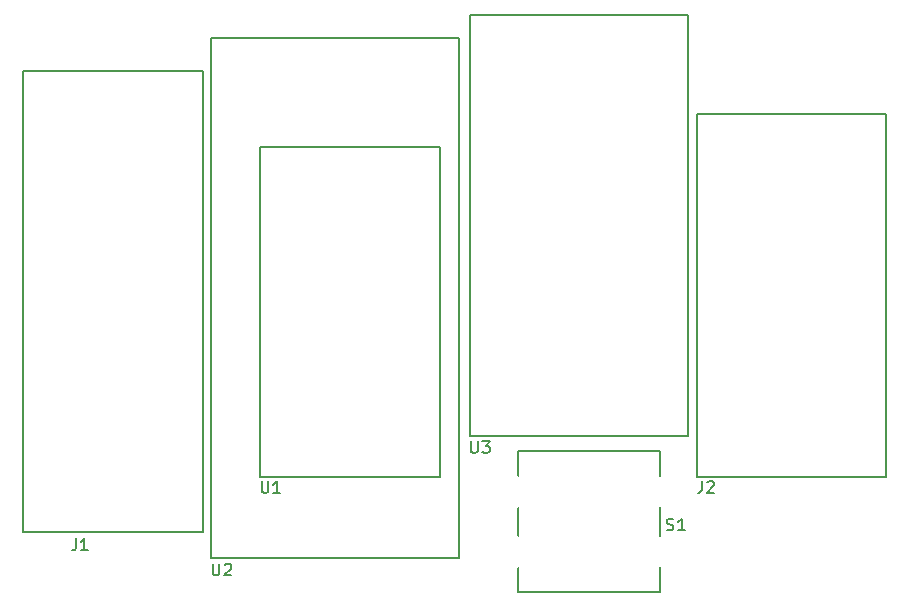
<source format=gbr>
G04 --- HEADER BEGIN --- *
%TF.GenerationSoftware,LibrePCB,LibrePCB,0.1.4*%
%TF.CreationDate,2020-05-24T15:31:11*%
%TF.ProjectId,Apple 2c VGA - default,6ee0dbe1-6aad-4263-9a0f-7c091fb3c0df,v1.3*%
%TF.Part,Single*%
%FSLAX66Y66*%
%MOMM*%
G01*
G74*
G04 --- HEADER END --- *
G04 --- APERTURE LIST BEGIN --- *
%ADD10C,0.2*%
%ADD11C,2.7*%
%ADD12O,2.2X1.7*%
%ADD13C,1.7*%
%ADD14R,1.7X1.7*%
%ADD15R,2.2X1.7*%
%ADD16R,3.2X1.7*%
G04 --- APERTURE LIST END --- *
G04 --- BOARD BEGIN --- *
D10*
X37230000Y3375000D02*
X37230000Y47375000D01*
X16230000Y47375000D01*
X16230000Y3375000D01*
X37230000Y3375000D01*
X35560000Y10160000D02*
X20320000Y10160000D01*
X20320000Y38100000D01*
X35560000Y38100000D01*
X35560000Y10160000D01*
X73342500Y10160000D02*
X73342500Y40970000D01*
X57372500Y40970000D01*
X57372500Y10160000D01*
X73342500Y10160000D01*
X15557500Y5497500D02*
X15557500Y44597500D01*
X277500Y44597500D01*
X277500Y5497500D01*
X15557500Y5497500D01*
X54210000Y12430000D02*
X42210000Y12430000D01*
X42210000Y430000D01*
X54210000Y430000D01*
X54210000Y12430000D01*
X38109800Y13703200D02*
X56609800Y13703200D01*
X56609800Y49303200D01*
X38109800Y49303200D01*
X38109800Y13703200D01*
X16350000Y2857500D02*
X16350000Y2047500D01*
X16397778Y1953056D01*
X16445556Y1905278D01*
X16540000Y1857500D01*
X16731111Y1857500D01*
X16826667Y1905278D01*
X16873333Y1953056D01*
X16921111Y2047500D01*
X16921111Y2857500D01*
X17368889Y2761944D02*
X17416667Y2809722D01*
X17511111Y2857500D01*
X17750000Y2857500D01*
X17844444Y2809722D01*
X17892222Y2761944D01*
X17940000Y2667500D01*
X17940000Y2571944D01*
X17892222Y2428611D01*
X17321111Y1857500D01*
X17940000Y1857500D01*
X20501389Y9842500D02*
X20501389Y9032500D01*
X20549167Y8938056D01*
X20596945Y8890278D01*
X20691389Y8842500D01*
X20882500Y8842500D01*
X20978056Y8890278D01*
X21024722Y8938056D01*
X21072500Y9032500D01*
X21072500Y9842500D01*
X22043611Y8842500D02*
X21472500Y8842500D01*
X21758056Y8842500D02*
X21758056Y9842500D01*
X21662500Y9699167D01*
X21568056Y9604722D01*
X21472500Y9556944D01*
X57783611Y9842500D02*
X57783611Y9128056D01*
X57735833Y8985833D01*
X57640278Y8890278D01*
X57498056Y8842500D01*
X57402500Y8842500D01*
X58231389Y9746944D02*
X58279167Y9794722D01*
X58373611Y9842500D01*
X58612500Y9842500D01*
X58706944Y9794722D01*
X58754722Y9746944D01*
X58802500Y9652500D01*
X58802500Y9556944D01*
X58754722Y9413611D01*
X58183611Y8842500D01*
X58802500Y8842500D01*
X4799052Y4998194D02*
X4799052Y4283750D01*
X4751274Y4141527D01*
X4655719Y4045972D01*
X4513497Y3998194D01*
X4417941Y3998194D01*
X5770163Y3998194D02*
X5199052Y3998194D01*
X5484608Y3998194D02*
X5484608Y4998194D01*
X5389052Y4854861D01*
X5294608Y4760416D01*
X5199052Y4712638D01*
X54791389Y5715278D02*
X54934722Y5667500D01*
X55172500Y5667500D01*
X55268056Y5715278D01*
X55314722Y5763056D01*
X55362500Y5857500D01*
X55362500Y5953056D01*
X55314722Y6048611D01*
X55268056Y6096389D01*
X55172500Y6144167D01*
X54981389Y6190833D01*
X54886945Y6238611D01*
X54839167Y6286389D01*
X54791389Y6381944D01*
X54791389Y6477500D01*
X54839167Y6571944D01*
X54886945Y6619722D01*
X54981389Y6667500D01*
X55220278Y6667500D01*
X55362500Y6619722D01*
X56333611Y5667500D02*
X55762500Y5667500D01*
X56048056Y5667500D02*
X56048056Y6667500D01*
X55952500Y6524167D01*
X55858056Y6429722D01*
X55762500Y6381944D01*
X38212476Y13240466D02*
X38212476Y12430466D01*
X38260254Y12336022D01*
X38308032Y12288244D01*
X38402476Y12240466D01*
X38593587Y12240466D01*
X38689143Y12288244D01*
X38735809Y12336022D01*
X38783587Y12430466D01*
X38783587Y13240466D01*
X39183587Y13240466D02*
X39802476Y13240466D01*
X39469143Y12859355D01*
X39612476Y12859355D01*
X39706920Y12811577D01*
X39754698Y12763799D01*
X39802476Y12669355D01*
X39802476Y12430466D01*
X39754698Y12336022D01*
X39706920Y12288244D01*
X39612476Y12240466D01*
X39326920Y12240466D01*
X39231365Y12288244D01*
X39183587Y12336022D01*
%LPC*%
D11*
X17780000Y45720000D03*
X35560000Y45720000D03*
X35560000Y5080000D03*
X17780000Y5080000D03*
D12*
X22860000Y12700000D03*
X33020000Y20320000D03*
X22860000Y35560000D03*
X33020000Y33020000D03*
X33020000Y25400000D03*
X22860000Y33020000D03*
X22860000Y25400000D03*
X33020000Y35560000D03*
X33020000Y30480000D03*
X22860000Y30480000D03*
X33020000Y27940000D03*
X33020000Y15240000D03*
X22860000Y17780000D03*
X33020000Y12700000D03*
X22860000Y22860000D03*
X22860000Y20320000D03*
X22860000Y27940000D03*
X22860000Y15240000D03*
X33020000Y22860000D03*
X33020000Y17780000D03*
D13*
X64452500Y30145000D03*
X64452500Y27855000D03*
X64452500Y20985000D03*
X61912500Y26710000D03*
X64452500Y23275000D03*
D14*
X59372500Y30145000D03*
D13*
X59372500Y23275000D03*
X59372500Y25565000D03*
X59372500Y20985000D03*
X61912500Y22130000D03*
X61912500Y24420000D03*
X61912500Y29000000D03*
X61912500Y31290000D03*
X59372500Y27855000D03*
X64452500Y25565000D03*
D15*
X13017500Y34737500D03*
D12*
X13017500Y18297500D03*
X10477500Y16927500D03*
X13017500Y23777500D03*
X10477500Y22407500D03*
X13017500Y26517500D03*
X13017500Y15557500D03*
X10477500Y33367500D03*
X10477500Y27887500D03*
X13017500Y31997500D03*
X10477500Y19667500D03*
X10477500Y25147500D03*
X13017500Y21037500D03*
X13017500Y29257500D03*
X10477500Y30627500D03*
D11*
X41910000Y8890000D03*
X54610000Y3810000D03*
X41910000Y3810000D03*
X54610000Y8890000D03*
D16*
X50950600Y26617600D03*
X44797000Y24077600D03*
D12*
X55245000Y35560000D03*
X40005000Y43180000D03*
D15*
X40005000Y48260000D03*
D12*
X40005000Y27940000D03*
D16*
X50950600Y44397600D03*
X44797000Y31697600D03*
X50950600Y31697600D03*
X44797000Y44397600D03*
D12*
X40005000Y30480000D03*
X55245000Y22860000D03*
X55245000Y30480000D03*
D16*
X44797000Y21537600D03*
D13*
X50950600Y36777600D03*
D12*
X40005000Y40640000D03*
D13*
X42257000Y18997600D03*
D16*
X44797000Y16457600D03*
D12*
X55245000Y38100000D03*
D16*
X50950600Y41857600D03*
X44797000Y26617600D03*
D12*
X40005000Y20320000D03*
X55245000Y20320000D03*
D16*
X50950600Y21537600D03*
D12*
X40005000Y38100000D03*
D16*
X50950600Y34237600D03*
D12*
X40005000Y25400000D03*
X40005000Y22860000D03*
D16*
X50950600Y18997600D03*
D12*
X55245000Y40640000D03*
X40005000Y33020000D03*
D16*
X44797000Y41857600D03*
D12*
X55245000Y43180000D03*
X55245000Y15240000D03*
D16*
X44797000Y46937600D03*
D13*
X42257000Y21537600D03*
D16*
X44797000Y29157600D03*
D12*
X55245000Y33020000D03*
X40005000Y45720000D03*
X40005000Y17780000D03*
D16*
X50950600Y29157600D03*
X44797000Y34237600D03*
X50950600Y24077600D03*
X44797000Y18997600D03*
D12*
X55245000Y48260000D03*
X55245000Y27940000D03*
D16*
X50950600Y16457600D03*
D12*
X55245000Y25400000D03*
X55245000Y45720000D03*
X40005000Y35560000D03*
D16*
X50950600Y46937600D03*
D12*
X40005000Y15240000D03*
X55245000Y17780000D03*
G04 --- BOARD END --- *
%TF.MD5,c7af81e42e4c46183f7da45091faca08*%
M02*

</source>
